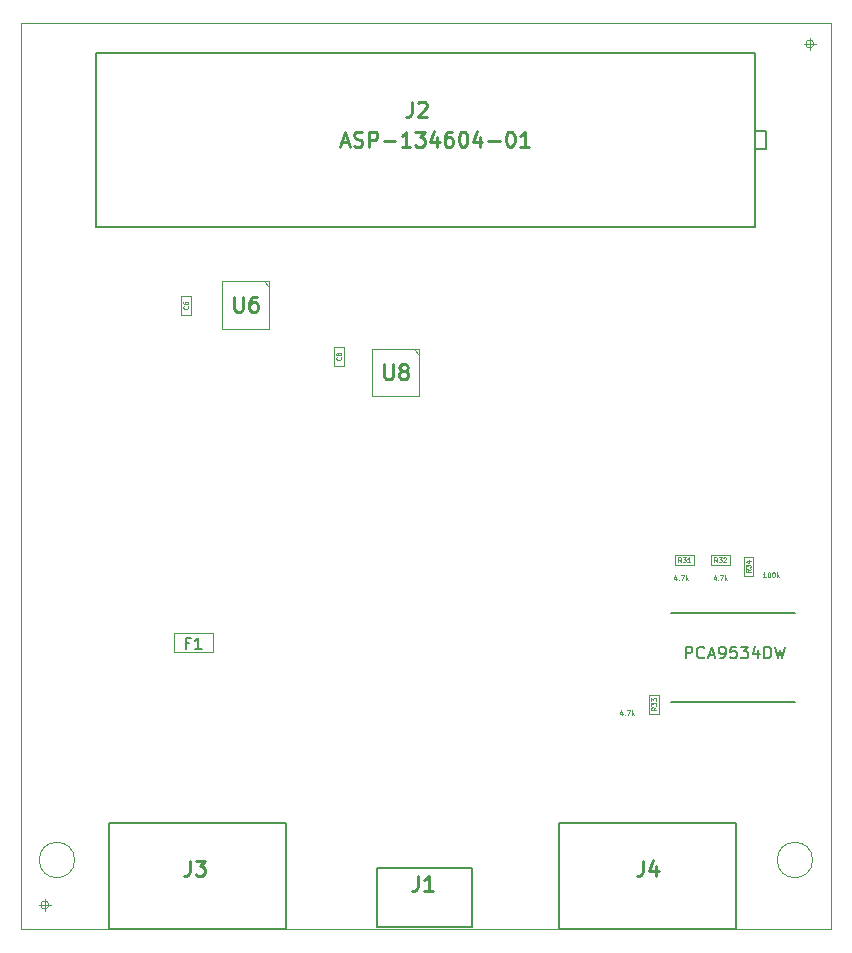
<source format=gbr>
%TF.GenerationSoftware,KiCad,Pcbnew,(5.1.5-0-10_14)*%
%TF.CreationDate,2020-01-10T14:35:19+01:00*%
%TF.ProjectId,adapter_hybrid_assister,61646170-7465-4725-9f68-79627269645f,rev?*%
%TF.SameCoordinates,PX6312cb0PY8accb70*%
%TF.FileFunction,Other,Fab,Top*%
%FSLAX45Y45*%
G04 Gerber Fmt 4.5, Leading zero omitted, Abs format (unit mm)*
G04 Created by KiCad (PCBNEW (5.1.5-0-10_14)) date 2020-01-10 14:35:19*
%MOMM*%
%LPD*%
G04 APERTURE LIST*
%TA.AperFunction,Profile*%
%ADD10C,0.050000*%
%TD*%
%TA.AperFunction,Profile*%
%ADD11C,0.100000*%
%TD*%
%ADD12C,0.100000*%
%ADD13C,0.127000*%
%ADD14C,0.200000*%
%ADD15C,0.060000*%
%ADD16C,0.254000*%
%ADD17C,0.150000*%
G04 APERTURE END LIST*
D10*
X6713533Y7493000D02*
G75*
G03X6713533Y7493000I-33333J0D01*
G01*
X6630200Y7493000D02*
X6730200Y7493000D01*
X6680200Y7543000D02*
X6680200Y7443000D01*
X236533Y203200D02*
G75*
G03X236533Y203200I-33333J0D01*
G01*
X153200Y203200D02*
X253200Y203200D01*
X203200Y253200D02*
X203200Y153200D01*
X454800Y584200D02*
G75*
G03X454800Y584200I-150000J0D01*
G01*
X6703200Y584200D02*
G75*
G03X6703200Y584200I-150000J0D01*
G01*
X0Y0D02*
X0Y7670800D01*
X6858000Y7670800D02*
X6858000Y0D01*
D11*
X0Y7670800D02*
X6858000Y7670800D01*
X6858000Y0D02*
X0Y0D01*
D12*
%TO.C,C6*%
X1357000Y5199400D02*
X1437000Y5199400D01*
X1357000Y5359400D02*
X1357000Y5199400D01*
X1437000Y5359400D02*
X1357000Y5359400D01*
X1437000Y5199400D02*
X1437000Y5359400D01*
%TO.C,C8*%
X2652400Y4767600D02*
X2732400Y4767600D01*
X2652400Y4927600D02*
X2652400Y4767600D01*
X2732400Y4927600D02*
X2652400Y4927600D01*
X2732400Y4767600D02*
X2732400Y4927600D01*
%TO.C,U6*%
X2055000Y5483200D02*
X2105000Y5433200D01*
X1705000Y5483200D02*
X2105000Y5483200D01*
X1705000Y5083200D02*
X1705000Y5483200D01*
X2105000Y5083200D02*
X1705000Y5083200D01*
X2105000Y5483200D02*
X2105000Y5083200D01*
%TO.C,U8*%
X3325000Y4911700D02*
X3375000Y4861700D01*
X2975000Y4911700D02*
X3375000Y4911700D01*
X2975000Y4511700D02*
X2975000Y4911700D01*
X3375000Y4511700D02*
X2975000Y4511700D01*
X3375000Y4911700D02*
X3375000Y4511700D01*
%TO.C,R31*%
X5695950Y3084200D02*
X5535950Y3084200D01*
X5695950Y3164200D02*
X5695950Y3084200D01*
X5535950Y3164200D02*
X5695950Y3164200D01*
X5535950Y3084200D02*
X5535950Y3164200D01*
%TO.C,R32*%
X5840750Y3164200D02*
X6000750Y3164200D01*
X5840750Y3084200D02*
X5840750Y3164200D01*
X6000750Y3084200D02*
X5840750Y3084200D01*
X6000750Y3164200D02*
X6000750Y3084200D01*
%TO.C,R33*%
X5319400Y1823800D02*
X5319400Y1983800D01*
X5399400Y1823800D02*
X5319400Y1823800D01*
X5399400Y1983800D02*
X5399400Y1823800D01*
X5319400Y1983800D02*
X5399400Y1983800D01*
%TO.C,R34*%
X6119500Y2992200D02*
X6119500Y3152200D01*
X6199500Y2992200D02*
X6119500Y2992200D01*
X6199500Y3152200D02*
X6199500Y2992200D01*
X6119500Y3152200D02*
X6199500Y3152200D01*
%TO.C,F1*%
X1623000Y2508200D02*
X1623000Y2343200D01*
X1298000Y2508200D02*
X1623000Y2508200D01*
X1298000Y2343200D02*
X1298000Y2508200D01*
X1623000Y2343200D02*
X1298000Y2343200D01*
D13*
%TO.C,U3*%
X5507500Y2678700D02*
X6557500Y2678700D01*
X5507500Y1918700D02*
X6557500Y1918700D01*
D14*
%TO.C,J1*%
X3012600Y13600D02*
X3012600Y513600D01*
X3818600Y13600D02*
X3012600Y13600D01*
X3818600Y513600D02*
X3818600Y13600D01*
X3012600Y513600D02*
X3818600Y513600D01*
%TO.C,J2*%
X6217900Y6604200D02*
X6217900Y6756200D01*
X6306900Y6604200D02*
X6217900Y6604200D01*
X6306900Y6756200D02*
X6306900Y6604200D01*
X6217900Y6756200D02*
X6306900Y6756200D01*
X639900Y5946200D02*
X639900Y7414200D01*
X6217900Y5946200D02*
X639900Y5946200D01*
X6217900Y7414200D02*
X6217900Y5946200D01*
X639900Y7414200D02*
X6217900Y7414200D01*
%TO.C,J4*%
X4558900Y-1200D02*
X4558900Y898800D01*
X6058900Y-1200D02*
X4558900Y-1200D01*
X6058900Y898800D02*
X6058900Y-1200D01*
X4558900Y898800D02*
X6058900Y898800D01*
%TO.C,J3*%
X748900Y-1200D02*
X748900Y898800D01*
X2248900Y-1200D02*
X748900Y-1200D01*
X2248900Y898800D02*
X2248900Y-1200D01*
X748900Y898800D02*
X2248900Y898800D01*
%TD*%
%TO.C,C6*%
D15*
X1411286Y5272733D02*
X1413190Y5270829D01*
X1415095Y5265114D01*
X1415095Y5261305D01*
X1413190Y5255591D01*
X1409381Y5251781D01*
X1405571Y5249876D01*
X1397952Y5247972D01*
X1392238Y5247972D01*
X1384619Y5249876D01*
X1380810Y5251781D01*
X1377000Y5255591D01*
X1375095Y5261305D01*
X1375095Y5265114D01*
X1377000Y5270829D01*
X1378905Y5272733D01*
X1375095Y5307019D02*
X1375095Y5299400D01*
X1377000Y5295591D01*
X1378905Y5293686D01*
X1384619Y5289876D01*
X1392238Y5287972D01*
X1407476Y5287972D01*
X1411286Y5289876D01*
X1413190Y5291781D01*
X1415095Y5295591D01*
X1415095Y5303210D01*
X1413190Y5307019D01*
X1411286Y5308924D01*
X1407476Y5310829D01*
X1397952Y5310829D01*
X1394143Y5308924D01*
X1392238Y5307019D01*
X1390333Y5303210D01*
X1390333Y5295591D01*
X1392238Y5291781D01*
X1394143Y5289876D01*
X1397952Y5287972D01*
%TO.C,C8*%
X2706686Y4840933D02*
X2708590Y4839029D01*
X2710495Y4833314D01*
X2710495Y4829505D01*
X2708590Y4823791D01*
X2704781Y4819981D01*
X2700971Y4818076D01*
X2693352Y4816172D01*
X2687638Y4816172D01*
X2680019Y4818076D01*
X2676210Y4819981D01*
X2672400Y4823791D01*
X2670495Y4829505D01*
X2670495Y4833314D01*
X2672400Y4839029D01*
X2674305Y4840933D01*
X2687638Y4863791D02*
X2685733Y4859981D01*
X2683829Y4858076D01*
X2680019Y4856172D01*
X2678114Y4856172D01*
X2674305Y4858076D01*
X2672400Y4859981D01*
X2670495Y4863791D01*
X2670495Y4871410D01*
X2672400Y4875219D01*
X2674305Y4877124D01*
X2678114Y4879029D01*
X2680019Y4879029D01*
X2683829Y4877124D01*
X2685733Y4875219D01*
X2687638Y4871410D01*
X2687638Y4863791D01*
X2689543Y4859981D01*
X2691448Y4858076D01*
X2695257Y4856172D01*
X2702876Y4856172D01*
X2706686Y4858076D01*
X2708590Y4859981D01*
X2710495Y4863791D01*
X2710495Y4871410D01*
X2708590Y4875219D01*
X2706686Y4877124D01*
X2702876Y4879029D01*
X2695257Y4879029D01*
X2691448Y4877124D01*
X2689543Y4875219D01*
X2687638Y4871410D01*
%TO.C,U6*%
D16*
X1808238Y5352748D02*
X1808238Y5249938D01*
X1814286Y5237843D01*
X1820333Y5231795D01*
X1832428Y5225748D01*
X1856619Y5225748D01*
X1868714Y5231795D01*
X1874762Y5237843D01*
X1880809Y5249938D01*
X1880809Y5352748D01*
X1995714Y5352748D02*
X1971524Y5352748D01*
X1959428Y5346700D01*
X1953381Y5340652D01*
X1941286Y5322510D01*
X1935238Y5298319D01*
X1935238Y5249938D01*
X1941286Y5237843D01*
X1947333Y5231795D01*
X1959428Y5225748D01*
X1983619Y5225748D01*
X1995714Y5231795D01*
X2001762Y5237843D01*
X2007809Y5249938D01*
X2007809Y5280176D01*
X2001762Y5292272D01*
X1995714Y5298319D01*
X1983619Y5304367D01*
X1959428Y5304367D01*
X1947333Y5298319D01*
X1941286Y5292272D01*
X1935238Y5280176D01*
%TO.C,U8*%
X3078238Y4781248D02*
X3078238Y4678438D01*
X3084286Y4666343D01*
X3090333Y4660295D01*
X3102428Y4654248D01*
X3126619Y4654248D01*
X3138714Y4660295D01*
X3144762Y4666343D01*
X3150809Y4678438D01*
X3150809Y4781248D01*
X3229428Y4726819D02*
X3217333Y4732867D01*
X3211286Y4738914D01*
X3205238Y4751010D01*
X3205238Y4757057D01*
X3211286Y4769152D01*
X3217333Y4775200D01*
X3229428Y4781248D01*
X3253619Y4781248D01*
X3265714Y4775200D01*
X3271762Y4769152D01*
X3277809Y4757057D01*
X3277809Y4751010D01*
X3271762Y4738914D01*
X3265714Y4732867D01*
X3253619Y4726819D01*
X3229428Y4726819D01*
X3217333Y4720772D01*
X3211286Y4714724D01*
X3205238Y4702629D01*
X3205238Y4678438D01*
X3211286Y4666343D01*
X3217333Y4660295D01*
X3229428Y4654248D01*
X3253619Y4654248D01*
X3265714Y4660295D01*
X3271762Y4666343D01*
X3277809Y4678438D01*
X3277809Y4702629D01*
X3271762Y4714724D01*
X3265714Y4720772D01*
X3253619Y4726819D01*
%TO.C,R31*%
D15*
X5550857Y2980371D02*
X5550857Y2953705D01*
X5541333Y2995610D02*
X5531810Y2967038D01*
X5556571Y2967038D01*
X5571810Y2957514D02*
X5573714Y2955610D01*
X5571810Y2953705D01*
X5569905Y2955610D01*
X5571810Y2957514D01*
X5571810Y2953705D01*
X5587048Y2993705D02*
X5613714Y2993705D01*
X5596571Y2953705D01*
X5628952Y2953705D02*
X5628952Y2993705D01*
X5632762Y2968943D02*
X5644190Y2953705D01*
X5644190Y2980371D02*
X5628952Y2965133D01*
X5590236Y3106105D02*
X5576902Y3125152D01*
X5567379Y3106105D02*
X5567379Y3146105D01*
X5582617Y3146105D01*
X5586426Y3144200D01*
X5588331Y3142295D01*
X5590236Y3138486D01*
X5590236Y3132771D01*
X5588331Y3128962D01*
X5586426Y3127057D01*
X5582617Y3125152D01*
X5567379Y3125152D01*
X5603569Y3146105D02*
X5628331Y3146105D01*
X5614998Y3130867D01*
X5620712Y3130867D01*
X5624521Y3128962D01*
X5626426Y3127057D01*
X5628331Y3123248D01*
X5628331Y3113724D01*
X5626426Y3109914D01*
X5624521Y3108010D01*
X5620712Y3106105D01*
X5609283Y3106105D01*
X5605474Y3108010D01*
X5603569Y3109914D01*
X5666426Y3106105D02*
X5643569Y3106105D01*
X5654998Y3106105D02*
X5654998Y3146105D01*
X5651188Y3140390D01*
X5647378Y3136581D01*
X5643569Y3134676D01*
%TO.C,R32*%
X5883607Y2980371D02*
X5883607Y2953705D01*
X5874083Y2995610D02*
X5864559Y2967038D01*
X5889321Y2967038D01*
X5904559Y2957514D02*
X5906464Y2955610D01*
X5904559Y2953705D01*
X5902655Y2955610D01*
X5904559Y2957514D01*
X5904559Y2953705D01*
X5919798Y2993705D02*
X5946464Y2993705D01*
X5929321Y2953705D01*
X5961702Y2953705D02*
X5961702Y2993705D01*
X5965512Y2968943D02*
X5976940Y2953705D01*
X5976940Y2980371D02*
X5961702Y2965133D01*
X5895036Y3106105D02*
X5881702Y3125152D01*
X5872178Y3106105D02*
X5872178Y3146105D01*
X5887417Y3146105D01*
X5891226Y3144200D01*
X5893131Y3142295D01*
X5895036Y3138486D01*
X5895036Y3132771D01*
X5893131Y3128962D01*
X5891226Y3127057D01*
X5887417Y3125152D01*
X5872178Y3125152D01*
X5908369Y3146105D02*
X5933131Y3146105D01*
X5919798Y3130867D01*
X5925512Y3130867D01*
X5929321Y3128962D01*
X5931226Y3127057D01*
X5933131Y3123248D01*
X5933131Y3113724D01*
X5931226Y3109914D01*
X5929321Y3108010D01*
X5925512Y3106105D01*
X5914083Y3106105D01*
X5910274Y3108010D01*
X5908369Y3109914D01*
X5948369Y3142295D02*
X5950274Y3144200D01*
X5954083Y3146105D01*
X5963607Y3146105D01*
X5967417Y3144200D01*
X5969321Y3142295D01*
X5971226Y3138486D01*
X5971226Y3134676D01*
X5969321Y3128962D01*
X5946464Y3106105D01*
X5971226Y3106105D01*
%TO.C,R33*%
X5093657Y1837371D02*
X5093657Y1810705D01*
X5084133Y1852610D02*
X5074610Y1824038D01*
X5099371Y1824038D01*
X5114610Y1814514D02*
X5116514Y1812610D01*
X5114610Y1810705D01*
X5112705Y1812610D01*
X5114610Y1814514D01*
X5114610Y1810705D01*
X5129848Y1850705D02*
X5156514Y1850705D01*
X5139371Y1810705D01*
X5171752Y1810705D02*
X5171752Y1850705D01*
X5175562Y1825943D02*
X5186990Y1810705D01*
X5186990Y1837371D02*
X5171752Y1822133D01*
X5377495Y1878086D02*
X5358448Y1864752D01*
X5377495Y1855229D02*
X5337495Y1855229D01*
X5337495Y1870467D01*
X5339400Y1874276D01*
X5341305Y1876181D01*
X5345114Y1878086D01*
X5350829Y1878086D01*
X5354638Y1876181D01*
X5356543Y1874276D01*
X5358448Y1870467D01*
X5358448Y1855229D01*
X5337495Y1891419D02*
X5337495Y1916181D01*
X5352733Y1902848D01*
X5352733Y1908562D01*
X5354638Y1912371D01*
X5356543Y1914276D01*
X5360352Y1916181D01*
X5369876Y1916181D01*
X5373686Y1914276D01*
X5375590Y1912371D01*
X5377495Y1908562D01*
X5377495Y1897133D01*
X5375590Y1893324D01*
X5373686Y1891419D01*
X5337495Y1929514D02*
X5337495Y1954276D01*
X5352733Y1940943D01*
X5352733Y1946657D01*
X5354638Y1950467D01*
X5356543Y1952371D01*
X5360352Y1954276D01*
X5369876Y1954276D01*
X5373686Y1952371D01*
X5375590Y1950467D01*
X5377495Y1946657D01*
X5377495Y1935229D01*
X5375590Y1931419D01*
X5373686Y1929514D01*
%TO.C,R34*%
X6307143Y2979105D02*
X6284286Y2979105D01*
X6295714Y2979105D02*
X6295714Y3019105D01*
X6291905Y3013390D01*
X6288095Y3009581D01*
X6284286Y3007676D01*
X6331905Y3019105D02*
X6335714Y3019105D01*
X6339524Y3017200D01*
X6341428Y3015295D01*
X6343333Y3011486D01*
X6345238Y3003867D01*
X6345238Y2994343D01*
X6343333Y2986724D01*
X6341428Y2982914D01*
X6339524Y2981010D01*
X6335714Y2979105D01*
X6331905Y2979105D01*
X6328095Y2981010D01*
X6326190Y2982914D01*
X6324286Y2986724D01*
X6322381Y2994343D01*
X6322381Y3003867D01*
X6324286Y3011486D01*
X6326190Y3015295D01*
X6328095Y3017200D01*
X6331905Y3019105D01*
X6370000Y3019105D02*
X6373809Y3019105D01*
X6377619Y3017200D01*
X6379524Y3015295D01*
X6381428Y3011486D01*
X6383333Y3003867D01*
X6383333Y2994343D01*
X6381428Y2986724D01*
X6379524Y2982914D01*
X6377619Y2981010D01*
X6373809Y2979105D01*
X6370000Y2979105D01*
X6366190Y2981010D01*
X6364286Y2982914D01*
X6362381Y2986724D01*
X6360476Y2994343D01*
X6360476Y3003867D01*
X6362381Y3011486D01*
X6364286Y3015295D01*
X6366190Y3017200D01*
X6370000Y3019105D01*
X6400476Y2979105D02*
X6400476Y3019105D01*
X6404286Y2994343D02*
X6415714Y2979105D01*
X6415714Y3005771D02*
X6400476Y2990533D01*
X6177595Y3046486D02*
X6158548Y3033152D01*
X6177595Y3023629D02*
X6137595Y3023629D01*
X6137595Y3038867D01*
X6139500Y3042676D01*
X6141405Y3044581D01*
X6145214Y3046486D01*
X6150928Y3046486D01*
X6154738Y3044581D01*
X6156643Y3042676D01*
X6158548Y3038867D01*
X6158548Y3023629D01*
X6137595Y3059819D02*
X6137595Y3084581D01*
X6152833Y3071248D01*
X6152833Y3076962D01*
X6154738Y3080771D01*
X6156643Y3082676D01*
X6160452Y3084581D01*
X6169976Y3084581D01*
X6173786Y3082676D01*
X6175690Y3080771D01*
X6177595Y3076962D01*
X6177595Y3065533D01*
X6175690Y3061724D01*
X6173786Y3059819D01*
X6150928Y3118867D02*
X6177595Y3118867D01*
X6135690Y3109343D02*
X6164262Y3099819D01*
X6164262Y3124581D01*
%TO.C,F1*%
D17*
X1427167Y2420143D02*
X1393833Y2420143D01*
X1393833Y2367762D02*
X1393833Y2467762D01*
X1441452Y2467762D01*
X1531928Y2367762D02*
X1474786Y2367762D01*
X1503357Y2367762D02*
X1503357Y2467762D01*
X1493833Y2453476D01*
X1484309Y2443952D01*
X1474786Y2439191D01*
%TO.C,U3*%
X5628533Y2291562D02*
X5628533Y2391562D01*
X5666628Y2391562D01*
X5676152Y2386800D01*
X5680914Y2382038D01*
X5685676Y2372514D01*
X5685676Y2358229D01*
X5680914Y2348705D01*
X5676152Y2343943D01*
X5666628Y2339181D01*
X5628533Y2339181D01*
X5785676Y2301086D02*
X5780914Y2296324D01*
X5766628Y2291562D01*
X5757105Y2291562D01*
X5742819Y2296324D01*
X5733295Y2305848D01*
X5728533Y2315372D01*
X5723771Y2334419D01*
X5723771Y2348705D01*
X5728533Y2367752D01*
X5733295Y2377276D01*
X5742819Y2386800D01*
X5757105Y2391562D01*
X5766628Y2391562D01*
X5780914Y2386800D01*
X5785676Y2382038D01*
X5823771Y2320133D02*
X5871390Y2320133D01*
X5814248Y2291562D02*
X5847581Y2391562D01*
X5880914Y2291562D01*
X5919009Y2291562D02*
X5938057Y2291562D01*
X5947581Y2296324D01*
X5952343Y2301086D01*
X5961867Y2315372D01*
X5966628Y2334419D01*
X5966628Y2372514D01*
X5961867Y2382038D01*
X5957105Y2386800D01*
X5947581Y2391562D01*
X5928533Y2391562D01*
X5919009Y2386800D01*
X5914248Y2382038D01*
X5909486Y2372514D01*
X5909486Y2348705D01*
X5914248Y2339181D01*
X5919009Y2334419D01*
X5928533Y2329657D01*
X5947581Y2329657D01*
X5957105Y2334419D01*
X5961867Y2339181D01*
X5966628Y2348705D01*
X6057105Y2391562D02*
X6009486Y2391562D01*
X6004724Y2343943D01*
X6009486Y2348705D01*
X6019009Y2353467D01*
X6042819Y2353467D01*
X6052343Y2348705D01*
X6057105Y2343943D01*
X6061867Y2334419D01*
X6061867Y2310610D01*
X6057105Y2301086D01*
X6052343Y2296324D01*
X6042819Y2291562D01*
X6019009Y2291562D01*
X6009486Y2296324D01*
X6004724Y2301086D01*
X6095200Y2391562D02*
X6157105Y2391562D01*
X6123771Y2353467D01*
X6138057Y2353467D01*
X6147581Y2348705D01*
X6152343Y2343943D01*
X6157105Y2334419D01*
X6157105Y2310610D01*
X6152343Y2301086D01*
X6147581Y2296324D01*
X6138057Y2291562D01*
X6109486Y2291562D01*
X6099962Y2296324D01*
X6095200Y2301086D01*
X6242819Y2358229D02*
X6242819Y2291562D01*
X6219009Y2396324D02*
X6195200Y2324895D01*
X6257105Y2324895D01*
X6295200Y2291562D02*
X6295200Y2391562D01*
X6319009Y2391562D01*
X6333295Y2386800D01*
X6342819Y2377276D01*
X6347581Y2367752D01*
X6352343Y2348705D01*
X6352343Y2334419D01*
X6347581Y2315372D01*
X6342819Y2305848D01*
X6333295Y2296324D01*
X6319009Y2291562D01*
X6295200Y2291562D01*
X6385676Y2391562D02*
X6409486Y2291562D01*
X6428533Y2362991D01*
X6447581Y2291562D01*
X6471390Y2391562D01*
%TO.C,J1*%
D16*
X3361267Y450548D02*
X3361267Y359833D01*
X3355219Y341691D01*
X3343124Y329595D01*
X3324981Y323548D01*
X3312886Y323548D01*
X3488267Y323548D02*
X3415695Y323548D01*
X3451981Y323548D02*
X3451981Y450548D01*
X3439886Y432405D01*
X3427790Y420310D01*
X3415695Y414262D01*
%TO.C,J2*%
X2709938Y6659033D02*
X2770414Y6659033D01*
X2697843Y6622748D02*
X2740176Y6749748D01*
X2782510Y6622748D01*
X2818795Y6628795D02*
X2836938Y6622748D01*
X2867176Y6622748D01*
X2879271Y6628795D01*
X2885319Y6634843D01*
X2891367Y6646938D01*
X2891367Y6659033D01*
X2885319Y6671129D01*
X2879271Y6677176D01*
X2867176Y6683224D01*
X2842986Y6689271D01*
X2830890Y6695319D01*
X2824843Y6701367D01*
X2818795Y6713462D01*
X2818795Y6725557D01*
X2824843Y6737652D01*
X2830890Y6743700D01*
X2842986Y6749748D01*
X2873224Y6749748D01*
X2891367Y6743700D01*
X2945795Y6622748D02*
X2945795Y6749748D01*
X2994176Y6749748D01*
X3006271Y6743700D01*
X3012319Y6737652D01*
X3018367Y6725557D01*
X3018367Y6707414D01*
X3012319Y6695319D01*
X3006271Y6689271D01*
X2994176Y6683224D01*
X2945795Y6683224D01*
X3072795Y6671129D02*
X3169557Y6671129D01*
X3296557Y6622748D02*
X3223986Y6622748D01*
X3260271Y6622748D02*
X3260271Y6749748D01*
X3248176Y6731605D01*
X3236081Y6719510D01*
X3223986Y6713462D01*
X3338890Y6749748D02*
X3417509Y6749748D01*
X3375176Y6701367D01*
X3393319Y6701367D01*
X3405414Y6695319D01*
X3411462Y6689271D01*
X3417509Y6677176D01*
X3417509Y6646938D01*
X3411462Y6634843D01*
X3405414Y6628795D01*
X3393319Y6622748D01*
X3357033Y6622748D01*
X3344938Y6628795D01*
X3338890Y6634843D01*
X3526367Y6707414D02*
X3526367Y6622748D01*
X3496128Y6755795D02*
X3465890Y6665081D01*
X3544509Y6665081D01*
X3647319Y6749748D02*
X3623128Y6749748D01*
X3611033Y6743700D01*
X3604986Y6737652D01*
X3592890Y6719510D01*
X3586843Y6695319D01*
X3586843Y6646938D01*
X3592890Y6634843D01*
X3598938Y6628795D01*
X3611033Y6622748D01*
X3635224Y6622748D01*
X3647319Y6628795D01*
X3653367Y6634843D01*
X3659414Y6646938D01*
X3659414Y6677176D01*
X3653367Y6689271D01*
X3647319Y6695319D01*
X3635224Y6701367D01*
X3611033Y6701367D01*
X3598938Y6695319D01*
X3592890Y6689271D01*
X3586843Y6677176D01*
X3738033Y6749748D02*
X3750128Y6749748D01*
X3762224Y6743700D01*
X3768271Y6737652D01*
X3774319Y6725557D01*
X3780367Y6701367D01*
X3780367Y6671129D01*
X3774319Y6646938D01*
X3768271Y6634843D01*
X3762224Y6628795D01*
X3750128Y6622748D01*
X3738033Y6622748D01*
X3725938Y6628795D01*
X3719890Y6634843D01*
X3713843Y6646938D01*
X3707795Y6671129D01*
X3707795Y6701367D01*
X3713843Y6725557D01*
X3719890Y6737652D01*
X3725938Y6743700D01*
X3738033Y6749748D01*
X3889224Y6707414D02*
X3889224Y6622748D01*
X3858986Y6755795D02*
X3828748Y6665081D01*
X3907367Y6665081D01*
X3955748Y6671129D02*
X4052509Y6671129D01*
X4137176Y6749748D02*
X4149271Y6749748D01*
X4161367Y6743700D01*
X4167414Y6737652D01*
X4173462Y6725557D01*
X4179509Y6701367D01*
X4179509Y6671129D01*
X4173462Y6646938D01*
X4167414Y6634843D01*
X4161367Y6628795D01*
X4149271Y6622748D01*
X4137176Y6622748D01*
X4125081Y6628795D01*
X4119033Y6634843D01*
X4112986Y6646938D01*
X4106938Y6671129D01*
X4106938Y6701367D01*
X4112986Y6725557D01*
X4119033Y6737652D01*
X4125081Y6743700D01*
X4137176Y6749748D01*
X4300462Y6622748D02*
X4227890Y6622748D01*
X4264176Y6622748D02*
X4264176Y6749748D01*
X4252081Y6731605D01*
X4239986Y6719510D01*
X4227890Y6713462D01*
X3310467Y7003748D02*
X3310467Y6913033D01*
X3304419Y6894890D01*
X3292324Y6882795D01*
X3274181Y6876748D01*
X3262086Y6876748D01*
X3364895Y6991652D02*
X3370943Y6997700D01*
X3383038Y7003748D01*
X3413276Y7003748D01*
X3425371Y6997700D01*
X3431419Y6991652D01*
X3437467Y6979557D01*
X3437467Y6967462D01*
X3431419Y6949319D01*
X3358848Y6876748D01*
X3437467Y6876748D01*
%TO.C,J4*%
X5266267Y577548D02*
X5266267Y486833D01*
X5260219Y468690D01*
X5248124Y456595D01*
X5229981Y450548D01*
X5217886Y450548D01*
X5381171Y535214D02*
X5381171Y450548D01*
X5350933Y583595D02*
X5320695Y492881D01*
X5399314Y492881D01*
%TO.C,J3*%
X1430867Y577548D02*
X1430867Y486833D01*
X1424819Y468690D01*
X1412724Y456595D01*
X1394581Y450548D01*
X1382486Y450548D01*
X1479248Y577548D02*
X1557867Y577548D01*
X1515533Y529167D01*
X1533676Y529167D01*
X1545771Y523119D01*
X1551819Y517071D01*
X1557867Y504976D01*
X1557867Y474738D01*
X1551819Y462643D01*
X1545771Y456595D01*
X1533676Y450548D01*
X1497390Y450548D01*
X1485295Y456595D01*
X1479248Y462643D01*
%TD*%
M02*

</source>
